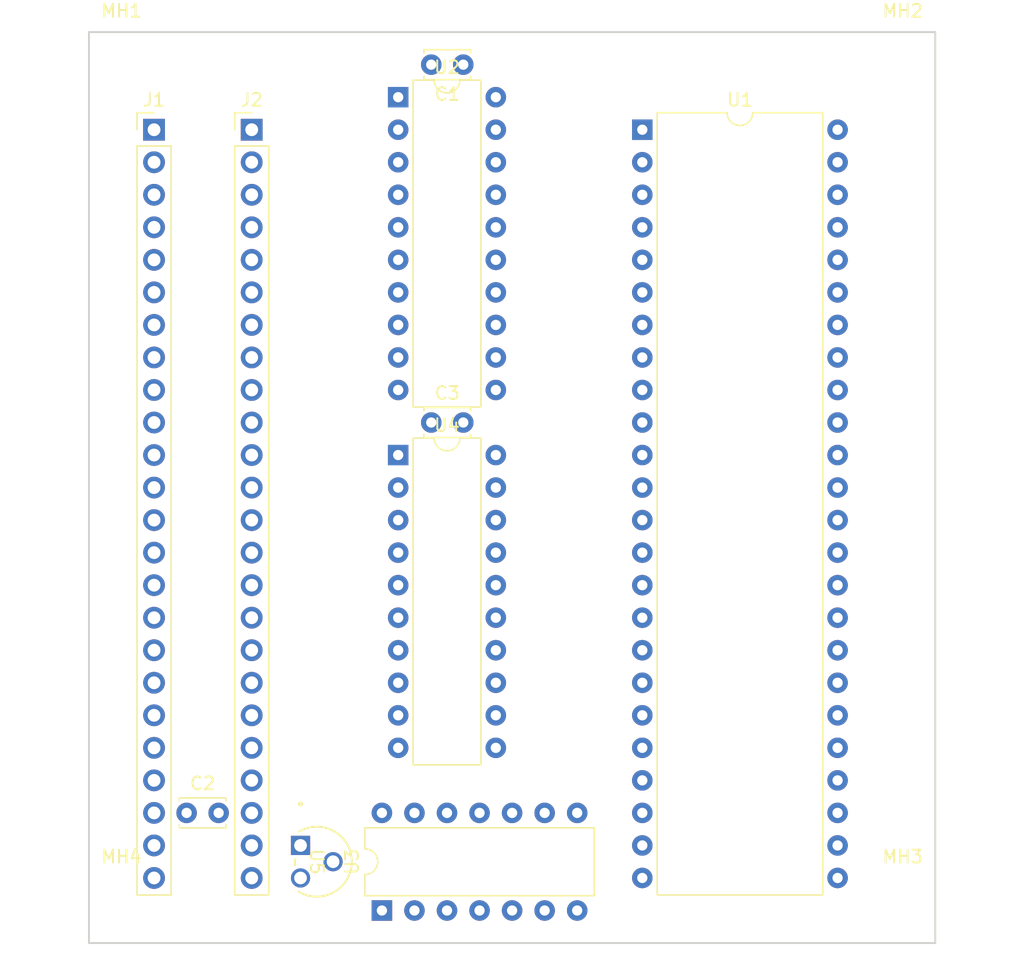
<source format=kicad_pcb>
(kicad_pcb (version 20221018) (generator pcbnew)
  (title_block (title "BionicZ8001") (company "Tadashi G. Takaoka"))
  (layers (0 "F.Cu" signal) (31 "B.Cu" signal) (34 "B.Paste" user) (35 "F.Paste" user) (36 "B.SilkS" user "B.Silkscreen") (37 "F.SilkS" user "F.Silkscreen") (38 "B.Mask" user) (39 "F.Mask" user) (44 "Edge.Cuts" user))
  (net 0 "")
  (net 1 "VCC")
  (net 2 "GND")
  (net 3 "/P46")
  (net 4 "/P34")
  (net 5 "/P35")
  (net 6 "/P36")
  (net 8 "/P33")
  (net 9 "/P32")
  (net 10 "/P31")
  (net 11 "/P30")
  (net 12 "/P55")
  (net 13 "/P37")
  (net 14 "/P54")
  (net 15 "/P50")
  (net 16 "/P53")
  (net 17 "/P51")
  (net 18 "/P52")
  (net 20 "/P47")
  (net 21 "Net-(U1-~{NMI})")
  (net 22 "Net-(U1-~{RESET})")
  (net 23 "/P20")
  (net 24 "/P21")
  (net 25 "/P22")
  (net 26 "/P23")
  (net 27 "/P24")
  (net 28 "/P25")
  (net 30 "/P26")
  (net 31 "/P17")
  (net 32 "/P27")
  (net 33 "/P16")
  (net 34 "Net-(U1-ST3)")
  (net 35 "/P15")
  (net 36 "/P40")
  (net 37 "/P14")
  (net 38 "/P41")
  (net 39 "/P13")
  (net 40 "/P42")
  (net 41 "/P12")
  (net 42 "/P43")
  (net 43 "/P11")
  (net 44 "/P44")
  (net 45 "/P10")
  (net 46 "/P45")
  (net 47 "Net-(U1-ST2)")
  (net 48 "Net-(U1-ST1)")
  (net 49 "Net-(U1-ST0)")
  (net 50 "Net-(U1-SN3)")
  (net 51 "Net-(U1-SN1)")
  (net 52 "Net-(U1-SN0)")
  (net 53 "Net-(U1-~{BUSACK})")
  (net 54 "Net-(U1-N{slash}~{S})")
  (net 55 "Net-(U1-B{slash}~{W})")
  (net 57 "Net-(U1-CLOCK)")
  (net 58 "Net-(U1-SN2)")
  (net 59 "Net-(U1-SN4)")
  (net 60 "Net-(U1-SN5)")
  (net 61 "Net-(U1-SN6)")
  (net 64 "Net-(J2-P57)")
  (footprint "MountingHole:MountingHole_3.2mm_M3" (layer "F.Cu") (at 101 70)
    (fp_text reference "MH1" (at 0 -4.2) (layer "F.SilkS"))
    (fp_text value "MountingHole_3.2mm_M3")
    (pad "" np_thru_hole circle (at 0 0) (size 3.2 3.2) (drill 3.2) (layers "*.Cu" "*.Mask"))
  )
  (footprint "MountingHole:MountingHole_3.2mm_M3" (layer "F.Cu") (at 161.96 70)
    (fp_text reference "MH2" (at 0 -4.2) (layer "F.SilkS"))
    (fp_text value "MountingHole_3.2mm_M3")
    (pad "" np_thru_hole circle (at 0 0) (size 3.2 3.2) (drill 3.2) (layers "*.Cu" "*.Mask"))
  )
  (footprint "MountingHole:MountingHole_3.2mm_M3" (layer "F.Cu") (at 161.96 136.04)
    (fp_text reference "MH3" (at 0 -4.2) (layer "F.SilkS"))
    (fp_text value "MountingHole_3.2mm_M3")
    (pad "" np_thru_hole circle (at 0 0) (size 3.2 3.2) (drill 3.2) (layers "*.Cu" "*.Mask"))
  )
  (footprint "MountingHole:MountingHole_3.2mm_M3" (layer "F.Cu") (at 101 136.04)
    (fp_text reference "MH4" (at 0 -4.2) (layer "F.SilkS"))
    (fp_text value "MountingHole_3.2mm_M3")
    (pad "" np_thru_hole circle (at 0 0) (size 3.2 3.2) (drill 3.2) (layers "*.Cu" "*.Mask"))
  )
  (footprint "Package_DIP:DIP-14_W7.62mm" (layer "F.Cu") (at 121.32 136.04 90)
    (fp_text reference "U3" (at 3.81 -2.33 90) (layer "F.SilkS"))
    (fp_text value "74HCT126")
    (fp_line (start 1.16 -1.33) (end 1.16 16.57) (stroke (width 0.12)) (layer "F.SilkS"))
    (fp_line (start 1.16 16.57) (end 6.46 16.57) (stroke (width 0.12)) (layer "F.SilkS"))
    (fp_line (start 2.81 -1.33) (end 1.16 -1.33) (stroke (width 0.12)) (layer "F.SilkS"))
    (fp_line (start 6.46 -1.33) (end 4.81 -1.33) (stroke (width 0.12)) (layer "F.SilkS"))
    (fp_line (start 6.46 16.57) (end 6.46 -1.33) (stroke (width 0.12)) (layer "F.SilkS"))
    (fp_arc (start 4.81 -1.33) (mid 3.81 -0.33) (end 2.81 -1.33) (stroke (width 0.12)) (layer "F.SilkS"))
    (pad "1" thru_hole rect (at 0 0 90) (size 1.6 1.6) (drill 0.8) (layers "*.Cu" "*.Mask") (net 1 "VCC"))
    (pad "2" thru_hole oval (at 0 2.54 90) (size 1.6 1.6) (drill 0.8) (layers "*.Cu" "*.Mask") (net 3 "/P46"))
    (pad "3" thru_hole oval (at 0 5.08 90) (size 1.6 1.6) (drill 0.8) (layers "*.Cu" "*.Mask") (net 57 "Net-(U1-CLOCK)"))
    (pad "4" thru_hole oval (at 0 7.62 90) (size 1.6 1.6) (drill 0.8) (layers "*.Cu" "*.Mask") (net 1 "VCC"))
    (pad "5" thru_hole oval (at 0 10.16 90) (size 1.6 1.6) (drill 0.8) (layers "*.Cu" "*.Mask") (net 42 "/P43"))
    (pad "6" thru_hole oval (at 0 12.7 90) (size 1.6 1.6) (drill 0.8) (layers "*.Cu" "*.Mask") (net 21 "Net-(U1-~{NMI})"))
    (pad "7" thru_hole oval (at 0 15.24 90) (size 1.6 1.6) (drill 0.8) (layers "*.Cu" "*.Mask") (net 2 "GND"))
    (pad "8" thru_hole oval (at 7.62 15.24 90) (size 1.6 1.6) (drill 0.8) (layers "*.Cu" "*.Mask") (net 22 "Net-(U1-~{RESET})"))
    (pad "9" thru_hole oval (at 7.62 12.7 90) (size 1.6 1.6) (drill 0.8) (layers "*.Cu" "*.Mask") (net 16 "/P53"))
    (pad "10" thru_hole oval (at 7.62 10.16 90) (size 1.6 1.6) (drill 0.8) (layers "*.Cu" "*.Mask") (net 1 "VCC"))
    (pad "11" thru_hole oval (at 7.62 7.62 90) (size 1.6 1.6) (drill 0.8) (layers "*.Cu" "*.Mask"))
    (pad "12" thru_hole oval (at 7.62 5.08 90) (size 1.6 1.6) (drill 0.8) (layers "*.Cu" "*.Mask") (net 2 "GND"))
    (pad "13" thru_hole oval (at 7.62 2.54 90) (size 1.6 1.6) (drill 0.8) (layers "*.Cu" "*.Mask") (net 2 "GND"))
    (pad "14" thru_hole oval (at 7.62 0 90) (size 1.6 1.6) (drill 0.8) (layers "*.Cu" "*.Mask") (net 1 "VCC"))
  )
  (footprint "Package_DIP:DIP-20_W7.62mm" (layer "F.Cu") (at 122.59 72.54)
    (fp_text reference "U2" (at 3.81 -2.33) (layer "F.SilkS"))
    (fp_text value "74HCT541")
    (fp_line (start 1.16 -1.33) (end 1.16 24.19) (stroke (width 0.12)) (layer "F.SilkS"))
    (fp_line (start 1.16 24.19) (end 6.46 24.19) (stroke (width 0.12)) (layer "F.SilkS"))
    (fp_line (start 2.81 -1.33) (end 1.16 -1.33) (stroke (width 0.12)) (layer "F.SilkS"))
    (fp_line (start 6.46 -1.33) (end 4.81 -1.33) (stroke (width 0.12)) (layer "F.SilkS"))
    (fp_line (start 6.46 24.19) (end 6.46 -1.33) (stroke (width 0.12)) (layer "F.SilkS"))
    (fp_arc (start 4.81 -1.33) (mid 3.81 -0.33) (end 2.81 -1.33) (stroke (width 0.12)) (layer "F.SilkS"))
    (pad "1" thru_hole rect (at 0 0) (size 1.6 1.6) (drill 0.8) (layers "*.Cu" "*.Mask") (net 14 "/P54"))
    (pad "2" thru_hole oval (at 0 2.54) (size 1.6 1.6) (drill 0.8) (layers "*.Cu" "*.Mask") (net 49 "Net-(U1-ST0)"))
    (pad "3" thru_hole oval (at 0 5.08) (size 1.6 1.6) (drill 0.8) (layers "*.Cu" "*.Mask") (net 48 "Net-(U1-ST1)"))
    (pad "4" thru_hole oval (at 0 7.62) (size 1.6 1.6) (drill 0.8) (layers "*.Cu" "*.Mask") (net 47 "Net-(U1-ST2)"))
    (pad "5" thru_hole oval (at 0 10.16) (size 1.6 1.6) (drill 0.8) (layers "*.Cu" "*.Mask") (net 34 "Net-(U1-ST3)"))
    (pad "6" thru_hole oval (at 0 12.7) (size 1.6 1.6) (drill 0.8) (layers "*.Cu" "*.Mask") (net 54 "Net-(U1-N{slash}~{S})"))
    (pad "7" thru_hole oval (at 0 15.24) (size 1.6 1.6) (drill 0.8) (layers "*.Cu" "*.Mask") (net 55 "Net-(U1-B{slash}~{W})"))
    (pad "8" thru_hole oval (at 0 17.78) (size 1.6 1.6) (drill 0.8) (layers "*.Cu" "*.Mask") (net 53 "Net-(U1-~{BUSACK})"))
    (pad "9" thru_hole oval (at 0 20.32) (size 1.6 1.6) (drill 0.8) (layers "*.Cu" "*.Mask") (net 2 "GND"))
    (pad "10" thru_hole oval (at 0 22.86) (size 1.6 1.6) (drill 0.8) (layers "*.Cu" "*.Mask") (net 2 "GND"))
    (pad "11" thru_hole oval (at 7.62 22.86) (size 1.6 1.6) (drill 0.8) (layers "*.Cu" "*.Mask"))
    (pad "12" thru_hole oval (at 7.62 20.32) (size 1.6 1.6) (drill 0.8) (layers "*.Cu" "*.Mask") (net 6 "/P36"))
    (pad "13" thru_hole oval (at 7.62 17.78) (size 1.6 1.6) (drill 0.8) (layers "*.Cu" "*.Mask") (net 5 "/P35"))
    (pad "14" thru_hole oval (at 7.62 15.24) (size 1.6 1.6) (drill 0.8) (layers "*.Cu" "*.Mask") (net 4 "/P34"))
    (pad "15" thru_hole oval (at 7.62 12.7) (size 1.6 1.6) (drill 0.8) (layers "*.Cu" "*.Mask") (net 8 "/P33"))
    (pad "16" thru_hole oval (at 7.62 10.16) (size 1.6 1.6) (drill 0.8) (layers "*.Cu" "*.Mask") (net 9 "/P32"))
    (pad "17" thru_hole oval (at 7.62 7.62) (size 1.6 1.6) (drill 0.8) (layers "*.Cu" "*.Mask") (net 10 "/P31"))
    (pad "18" thru_hole oval (at 7.62 5.08) (size 1.6 1.6) (drill 0.8) (layers "*.Cu" "*.Mask") (net 11 "/P30"))
    (pad "19" thru_hole oval (at 7.62 2.54) (size 1.6 1.6) (drill 0.8) (layers "*.Cu" "*.Mask") (net 14 "/P54"))
    (pad "20" thru_hole oval (at 7.62 0) (size 1.6 1.6) (drill 0.8) (layers "*.Cu" "*.Mask") (net 1 "VCC"))
  )
  (footprint "Package_DIP:DIP-20_W7.62mm" (layer "F.Cu") (at 122.59 100.48)
    (fp_text reference "U4" (at 3.81 -2.33) (layer "F.SilkS"))
    (fp_text value "74HCT541")
    (fp_line (start 1.16 -1.33) (end 1.16 24.19) (stroke (width 0.12)) (layer "F.SilkS"))
    (fp_line (start 1.16 24.19) (end 6.46 24.19) (stroke (width 0.12)) (layer "F.SilkS"))
    (fp_line (start 2.81 -1.33) (end 1.16 -1.33) (stroke (width 0.12)) (layer "F.SilkS"))
    (fp_line (start 6.46 -1.33) (end 4.81 -1.33) (stroke (width 0.12)) (layer "F.SilkS"))
    (fp_line (start 6.46 24.19) (end 6.46 -1.33) (stroke (width 0.12)) (layer "F.SilkS"))
    (fp_arc (start 4.81 -1.33) (mid 3.81 -0.33) (end 2.81 -1.33) (stroke (width 0.12)) (layer "F.SilkS"))
    (pad "1" thru_hole rect (at 0 0) (size 1.6 1.6) (drill 0.8) (layers "*.Cu" "*.Mask") (net 12 "/P55"))
    (pad "2" thru_hole oval (at 0 2.54) (size 1.6 1.6) (drill 0.8) (layers "*.Cu" "*.Mask") (net 52 "Net-(U1-SN0)"))
    (pad "3" thru_hole oval (at 0 5.08) (size 1.6 1.6) (drill 0.8) (layers "*.Cu" "*.Mask") (net 51 "Net-(U1-SN1)"))
    (pad "4" thru_hole oval (at 0 7.62) (size 1.6 1.6) (drill 0.8) (layers "*.Cu" "*.Mask") (net 58 "Net-(U1-SN2)"))
    (pad "5" thru_hole oval (at 0 10.16) (size 1.6 1.6) (drill 0.8) (layers "*.Cu" "*.Mask") (net 50 "Net-(U1-SN3)"))
    (pad "6" thru_hole oval (at 0 12.7) (size 1.6 1.6) (drill 0.8) (layers "*.Cu" "*.Mask") (net 59 "Net-(U1-SN4)"))
    (pad "7" thru_hole oval (at 0 15.24) (size 1.6 1.6) (drill 0.8) (layers "*.Cu" "*.Mask") (net 60 "Net-(U1-SN5)"))
    (pad "8" thru_hole oval (at 0 17.78) (size 1.6 1.6) (drill 0.8) (layers "*.Cu" "*.Mask") (net 61 "Net-(U1-SN6)"))
    (pad "9" thru_hole oval (at 0 20.32) (size 1.6 1.6) (drill 0.8) (layers "*.Cu" "*.Mask") (net 2 "GND"))
    (pad "10" thru_hole oval (at 0 22.86) (size 1.6 1.6) (drill 0.8) (layers "*.Cu" "*.Mask") (net 2 "GND"))
    (pad "11" thru_hole oval (at 7.62 22.86) (size 1.6 1.6) (drill 0.8) (layers "*.Cu" "*.Mask"))
    (pad "12" thru_hole oval (at 7.62 20.32) (size 1.6 1.6) (drill 0.8) (layers "*.Cu" "*.Mask") (net 6 "/P36"))
    (pad "13" thru_hole oval (at 7.62 17.78) (size 1.6 1.6) (drill 0.8) (layers "*.Cu" "*.Mask") (net 5 "/P35"))
    (pad "14" thru_hole oval (at 7.62 15.24) (size 1.6 1.6) (drill 0.8) (layers "*.Cu" "*.Mask") (net 4 "/P34"))
    (pad "15" thru_hole oval (at 7.62 12.7) (size 1.6 1.6) (drill 0.8) (layers "*.Cu" "*.Mask") (net 8 "/P33"))
    (pad "16" thru_hole oval (at 7.62 10.16) (size 1.6 1.6) (drill 0.8) (layers "*.Cu" "*.Mask") (net 9 "/P32"))
    (pad "17" thru_hole oval (at 7.62 7.62) (size 1.6 1.6) (drill 0.8) (layers "*.Cu" "*.Mask") (net 10 "/P31"))
    (pad "18" thru_hole oval (at 7.62 5.08) (size 1.6 1.6) (drill 0.8) (layers "*.Cu" "*.Mask") (net 11 "/P30"))
    (pad "19" thru_hole oval (at 7.62 2.54) (size 1.6 1.6) (drill 0.8) (layers "*.Cu" "*.Mask") (net 12 "/P55"))
    (pad "20" thru_hole oval (at 7.62 0) (size 1.6 1.6) (drill 0.8) (layers "*.Cu" "*.Mask") (net 1 "VCC"))
  )
  (footprint "Package_DIP:DIP-48_W15.24mm" (layer "F.Cu") (at 141.64 75.08)
    (fp_text reference "U1" (at 7.62 -2.33) (layer "F.SilkS"))
    (fp_text value "Z8001")
    (fp_line (start 1.16 -1.33) (end 1.16 59.75) (stroke (width 0.12)) (layer "F.SilkS"))
    (fp_line (start 1.16 59.75) (end 14.08 59.75) (stroke (width 0.12)) (layer "F.SilkS"))
    (fp_line (start 6.62 -1.33) (end 1.16 -1.33) (stroke (width 0.12)) (layer "F.SilkS"))
    (fp_line (start 14.08 -1.33) (end 8.62 -1.33) (stroke (width 0.12)) (layer "F.SilkS"))
    (fp_line (start 14.08 59.75) (end 14.08 -1.33) (stroke (width 0.12)) (layer "F.SilkS"))
    (fp_arc (start 8.62 -1.33) (mid 7.62 -0.33) (end 6.62 -1.33) (stroke (width 0.12)) (layer "F.SilkS"))
    (pad "1" thru_hole rect (at 0 0) (size 1.6 1.6) (drill 0.8) (layers "*.Cu" "*.Mask") (net 45 "/P10"))
    (pad "2" thru_hole oval (at 0 2.54) (size 1.6 1.6) (drill 0.8) (layers "*.Cu" "*.Mask") (net 24 "/P21"))
    (pad "3" thru_hole oval (at 0 5.08) (size 1.6 1.6) (drill 0.8) (layers "*.Cu" "*.Mask") (net 25 "/P22"))
    (pad "4" thru_hole oval (at 0 7.62) (size 1.6 1.6) (drill 0.8) (layers "*.Cu" "*.Mask") (net 26 "/P23"))
    (pad "5" thru_hole oval (at 0 10.16) (size 1.6 1.6) (drill 0.8) (layers "*.Cu" "*.Mask") (net 27 "/P24"))
    (pad "6" thru_hole oval (at 0 12.7) (size 1.6 1.6) (drill 0.8) (layers "*.Cu" "*.Mask") (net 28 "/P25"))
    (pad "7" thru_hole oval (at 0 15.24) (size 1.6 1.6) (drill 0.8) (layers "*.Cu" "*.Mask") (net 17 "/P51"))
    (pad "8" thru_hole oval (at 0 17.78) (size 1.6 1.6) (drill 0.8) (layers "*.Cu" "*.Mask"))
    (pad "9" thru_hole oval (at 0 20.32) (size 1.6 1.6) (drill 0.8) (layers "*.Cu" "*.Mask") (net 32 "/P27"))
    (pad "10" thru_hole oval (at 0 22.86) (size 1.6 1.6) (drill 0.8) (layers "*.Cu" "*.Mask") (net 30 "/P26"))
    (pad "11" thru_hole oval (at 0 25.4) (size 1.6 1.6) (drill 0.8) (layers "*.Cu" "*.Mask") (net 1 "VCC"))
    (pad "12" thru_hole oval (at 0 27.94) (size 1.6 1.6) (drill 0.8) (layers "*.Cu" "*.Mask") (net 44 "/P44"))
    (pad "13" thru_hole oval (at 0 30.48) (size 1.6 1.6) (drill 0.8) (layers "*.Cu" "*.Mask") (net 40 "/P42"))
    (pad "14" thru_hole oval (at 0 33.02) (size 1.6 1.6) (drill 0.8) (layers "*.Cu" "*.Mask") (net 15 "/P50"))
    (pad "15" thru_hole oval (at 0 35.56) (size 1.6 1.6) (drill 0.8) (layers "*.Cu" "*.Mask") (net 21 "Net-(U1-~{NMI})"))
    (pad "16" thru_hole oval (at 0 38.1) (size 1.6 1.6) (drill 0.8) (layers "*.Cu" "*.Mask") (net 22 "Net-(U1-~{RESET})"))
    (pad "17" thru_hole oval (at 0 40.64) (size 1.6 1.6) (drill 0.8) (layers "*.Cu" "*.Mask"))
    (pad "18" thru_hole oval (at 0 43.18) (size 1.6 1.6) (drill 0.8) (layers "*.Cu" "*.Mask") (net 20 "/P47"))
    (pad "19" thru_hole oval (at 0 45.72) (size 1.6 1.6) (drill 0.8) (layers "*.Cu" "*.Mask") (net 46 "/P45"))
    (pad "20" thru_hole oval (at 0 48.26) (size 1.6 1.6) (drill 0.8) (layers "*.Cu" "*.Mask") (net 34 "Net-(U1-ST3)"))
    (pad "21" thru_hole oval (at 0 50.8) (size 1.6 1.6) (drill 0.8) (layers "*.Cu" "*.Mask") (net 47 "Net-(U1-ST2)"))
    (pad "22" thru_hole oval (at 0 53.34) (size 1.6 1.6) (drill 0.8) (layers "*.Cu" "*.Mask") (net 48 "Net-(U1-ST1)"))
    (pad "23" thru_hole oval (at 0 55.88) (size 1.6 1.6) (drill 0.8) (layers "*.Cu" "*.Mask") (net 49 "Net-(U1-ST0)"))
    (pad "24" thru_hole oval (at 0 58.42) (size 1.6 1.6) (drill 0.8) (layers "*.Cu" "*.Mask") (net 50 "Net-(U1-SN3)"))
    (pad "25" thru_hole oval (at 15.24 58.42) (size 1.6 1.6) (drill 0.8) (layers "*.Cu" "*.Mask") (net 51 "Net-(U1-SN1)"))
    (pad "26" thru_hole oval (at 15.24 55.88) (size 1.6 1.6) (drill 0.8) (layers "*.Cu" "*.Mask") (net 52 "Net-(U1-SN0)"))
    (pad "27" thru_hole oval (at 15.24 53.34) (size 1.6 1.6) (drill 0.8) (layers "*.Cu" "*.Mask") (net 13 "/P37"))
    (pad "28" thru_hole oval (at 15.24 50.8) (size 1.6 1.6) (drill 0.8) (layers "*.Cu" "*.Mask") (net 18 "/P52"))
    (pad "29" thru_hole oval (at 15.24 48.26) (size 1.6 1.6) (drill 0.8) (layers "*.Cu" "*.Mask") (net 53 "Net-(U1-~{BUSACK})"))
    (pad "30" thru_hole oval (at 15.24 45.72) (size 1.6 1.6) (drill 0.8) (layers "*.Cu" "*.Mask") (net 38 "/P41"))
    (pad "31" thru_hole oval (at 15.24 43.18) (size 1.6 1.6) (drill 0.8) (layers "*.Cu" "*.Mask") (net 54 "Net-(U1-N{slash}~{S})"))
    (pad "32" thru_hole oval (at 15.24 40.64) (size 1.6 1.6) (drill 0.8) (layers "*.Cu" "*.Mask") (net 55 "Net-(U1-B{slash}~{W})"))
    (pad "33" thru_hole oval (at 15.24 38.1) (size 1.6 1.6) (drill 0.8) (layers "*.Cu" "*.Mask"))
    (pad "34" thru_hole oval (at 15.24 35.56) (size 1.6 1.6) (drill 0.8) (layers "*.Cu" "*.Mask") (net 36 "/P40"))
    (pad "35" thru_hole oval (at 15.24 33.02) (size 1.6 1.6) (drill 0.8) (layers "*.Cu" "*.Mask") (net 57 "Net-(U1-CLOCK)"))
    (pad "36" thru_hole oval (at 15.24 30.48) (size 1.6 1.6) (drill 0.8) (layers "*.Cu" "*.Mask") (net 2 "GND"))
    (pad "37" thru_hole oval (at 15.24 27.94) (size 1.6 1.6) (drill 0.8) (layers "*.Cu" "*.Mask") (net 58 "Net-(U1-SN2)"))
    (pad "38" thru_hole oval (at 15.24 25.4) (size 1.6 1.6) (drill 0.8) (layers "*.Cu" "*.Mask") (net 43 "/P11"))
    (pad "39" thru_hole oval (at 15.24 22.86) (size 1.6 1.6) (drill 0.8) (layers "*.Cu" "*.Mask") (net 41 "/P12"))
    (pad "40" thru_hole oval (at 15.24 20.32) (size 1.6 1.6) (drill 0.8) (layers "*.Cu" "*.Mask") (net 39 "/P13"))
    (pad "41" thru_hole oval (at 15.24 17.78) (size 1.6 1.6) (drill 0.8) (layers "*.Cu" "*.Mask") (net 35 "/P15"))
    (pad "42" thru_hole oval (at 15.24 15.24) (size 1.6 1.6) (drill 0.8) (layers "*.Cu" "*.Mask") (net 59 "Net-(U1-SN4)"))
    (pad "43" thru_hole oval (at 15.24 12.7) (size 1.6 1.6) (drill 0.8) (layers "*.Cu" "*.Mask") (net 37 "/P14"))
    (pad "44" thru_hole oval (at 15.24 10.16) (size 1.6 1.6) (drill 0.8) (layers "*.Cu" "*.Mask") (net 33 "/P16"))
    (pad "45" thru_hole oval (at 15.24 7.62) (size 1.6 1.6) (drill 0.8) (layers "*.Cu" "*.Mask") (net 31 "/P17"))
    (pad "46" thru_hole oval (at 15.24 5.08) (size 1.6 1.6) (drill 0.8) (layers "*.Cu" "*.Mask") (net 60 "Net-(U1-SN5)"))
    (pad "47" thru_hole oval (at 15.24 2.54) (size 1.6 1.6) (drill 0.8) (layers "*.Cu" "*.Mask") (net 61 "Net-(U1-SN6)"))
    (pad "48" thru_hole oval (at 15.24 0) (size 1.6 1.6) (drill 0.8) (layers "*.Cu" "*.Mask") (net 23 "/P20"))
  )
  (footprint "Capacitor_THT:C_Disc_D3.4mm_W2.1mm_P2.50mm" (layer "F.Cu") (at 106.08 128.42)
    (fp_text reference "C2" (at 1.25 -2.3) (layer "F.SilkS"))
    (fp_text value "0.1u")
    (fp_line (start -0.57 -1.17) (end -0.57 -0.925) (stroke (width 0.12)) (layer "F.SilkS"))
    (fp_line (start -0.57 -1.17) (end 3.07 -1.17) (stroke (width 0.12)) (layer "F.SilkS"))
    (fp_line (start -0.57 0.925) (end -0.57 1.17) (stroke (width 0.12)) (layer "F.SilkS"))
    (fp_line (start -0.57 1.17) (end 3.07 1.17) (stroke (width 0.12)) (layer "F.SilkS"))
    (fp_line (start 3.07 -1.17) (end 3.07 -0.925) (stroke (width 0.12)) (layer "F.SilkS"))
    (fp_line (start 3.07 0.925) (end 3.07 1.17) (stroke (width 0.12)) (layer "F.SilkS"))
    (pad "1" thru_hole circle (at 0 0) (size 1.6 1.6) (drill 0.8) (layers "*.Cu" "*.Mask") (net 1 "VCC"))
    (pad "2" thru_hole circle (at 2.5 0) (size 1.6 1.6) (drill 0.8) (layers "*.Cu" "*.Mask") (net 2 "GND"))
  )
  (footprint "microchip:TO-92_MC_MCH" (layer "F.Cu") (at 114.97 130.96 -90)
    (fp_text reference "U5" (at 1.27 -1.27 -90 unlocked) (layer "F.SilkS"))
    (fp_text value "11AA010-I/TO")
    (fp_line (start 1.08204 0.4445) (end 1.553476 0.4445) (stroke (width 0.1524)) (layer "F.SilkS"))
    (fp_arc (start -1.08204 0.116917) (mid 0.551186 -3.904186) (end 4.0005 -1.27) (stroke (width 0.1524)) (layer "F.SilkS"))
    (fp_arc (start 4.0005 -1.269999) (mid 3.90215 -0.543764) (end 3.614184 0.130155) (stroke (width 0.1524)) (layer "F.SilkS"))
    (fp_circle (center -3.2385 0) (end -3.1115 0) (stroke (width 0.1524)) (fill none) (layer "F.SilkS"))
    (pad "1" thru_hole rect (at 0 0 270) (size 1.4986 1.4986) (drill 0.9906) (layers "*.Cu" "*.Mask") (net 2 "GND"))
    (pad "2" thru_hole circle (at 1.27 -2.54 270) (size 1.4986 1.4986) (drill 0.9906) (layers "*.Cu" "*.Mask") (net 64 "Net-(J2-P57)"))
    (pad "3" thru_hole circle (at 2.54 0 270) (size 1.4986 1.4986) (drill 0.9906) (layers "*.Cu" "*.Mask") (net 1 "VCC"))
  )
  (footprint "connector:Bionic-P245_Vertical" (layer "F.Cu") (at 111.16 75.08)
    (fp_text reference "J2" (at 0 -2.33) (layer "F.SilkS"))
    (fp_text value "Bionic-P245")
    (fp_line (start -1.33 -1.33) (end 0 -1.33) (stroke (width 0.12)) (layer "F.SilkS"))
    (fp_line (start -1.33 0) (end -1.33 -1.33) (stroke (width 0.12)) (layer "F.SilkS"))
    (fp_line (start -1.33 1.27) (end -1.33 59.75) (stroke (width 0.12)) (layer "F.SilkS"))
    (fp_line (start -1.33 1.27) (end 1.33 1.27) (stroke (width 0.12)) (layer "F.SilkS"))
    (fp_line (start -1.33 59.75) (end 1.33 59.75) (stroke (width 0.12)) (layer "F.SilkS"))
    (fp_line (start 1.33 1.27) (end 1.33 59.75) (stroke (width 0.12)) (layer "F.SilkS"))
    (pad "25" thru_hole oval (at 0 58.42) (size 1.7 1.7) (drill 1) (layers "*.Cu" "*.Mask") (net 1 "VCC"))
    (pad "26" thru_hole oval (at 0 55.88) (size 1.7 1.7) (drill 1) (layers "*.Cu" "*.Mask") (net 64 "Net-(J2-P57)"))
    (pad "27" thru_hole oval (at 0 53.34) (size 1.7 1.7) (drill 1) (layers "*.Cu" "*.Mask"))
    (pad "28" thru_hole oval (at 0 50.8) (size 1.7 1.7) (drill 1) (layers "*.Cu" "*.Mask") (net 12 "/P55"))
    (pad "29" thru_hole oval (at 0 48.26) (size 1.7 1.7) (drill 1) (layers "*.Cu" "*.Mask") (net 14 "/P54"))
    (pad "30" thru_hole oval (at 0 45.72) (size 1.7 1.7) (drill 1) (layers "*.Cu" "*.Mask"))
    (pad "31" thru_hole oval (at 0 43.18) (size 1.7 1.7) (drill 1) (layers "*.Cu" "*.Mask") (net 20 "/P47"))
    (pad "32" thru_hole oval (at 0 40.64) (size 1.7 1.7) (drill 1) (layers "*.Cu" "*.Mask") (net 3 "/P46"))
    (pad "33" thru_hole oval (at 0 38.1) (size 1.7 1.7) (drill 1) (layers "*.Cu" "*.Mask") (net 46 "/P45"))
    (pad "34" thru_hole oval (at 0 35.56) (size 1.7 1.7) (drill 1) (layers "*.Cu" "*.Mask") (net 44 "/P44"))
    (pad "35" thru_hole oval (at 0 33.02) (size 1.7 1.7) (drill 1) (layers "*.Cu" "*.Mask") (net 42 "/P43"))
    (pad "36" thru_hole oval (at 0 30.48) (size 1.7 1.7) (drill 1) (layers "*.Cu" "*.Mask") (net 40 "/P42"))
    (pad "37" thru_hole oval (at 0 27.94) (size 1.7 1.7) (drill 1) (layers "*.Cu" "*.Mask") (net 38 "/P41"))
    (pad "38" thru_hole oval (at 0 25.4) (size 1.7 1.7) (drill 1) (layers "*.Cu" "*.Mask") (net 36 "/P40"))
    (pad "39" thru_hole oval (at 0 22.86) (size 1.7 1.7) (drill 1) (layers "*.Cu" "*.Mask"))
    (pad "40" thru_hole oval (at 0 20.32) (size 1.7 1.7) (drill 1) (layers "*.Cu" "*.Mask") (net 32 "/P27"))
    (pad "41" thru_hole oval (at 0 17.78) (size 1.7 1.7) (drill 1) (layers "*.Cu" "*.Mask") (net 30 "/P26"))
    (pad "42" thru_hole oval (at 0 15.24) (size 1.7 1.7) (drill 1) (layers "*.Cu" "*.Mask") (net 28 "/P25"))
    (pad "43" thru_hole oval (at 0 12.7) (size 1.7 1.7) (drill 1) (layers "*.Cu" "*.Mask") (net 27 "/P24"))
    (pad "44" thru_hole oval (at 0 10.16) (size 1.7 1.7) (drill 1) (layers "*.Cu" "*.Mask") (net 26 "/P23"))
    (pad "45" thru_hole oval (at 0 7.62) (size 1.7 1.7) (drill 1) (layers "*.Cu" "*.Mask") (net 25 "/P22"))
    (pad "46" thru_hole oval (at 0 5.08) (size 1.7 1.7) (drill 1) (layers "*.Cu" "*.Mask") (net 24 "/P21"))
    (pad "47" thru_hole oval (at 0 2.54) (size 1.7 1.7) (drill 1) (layers "*.Cu" "*.Mask") (net 23 "/P20"))
    (pad "48" thru_hole rect (at 0 0) (size 1.7 1.7) (drill 1) (layers "*.Cu" "*.Mask") (net 2 "GND"))
  )
  (footprint "Capacitor_THT:C_Disc_D3.4mm_W2.1mm_P2.50mm" (layer "F.Cu") (at 127.67 70 180)
    (fp_text reference "C1" (at 1.25 -2.3) (layer "F.SilkS"))
    (fp_text value "0.1u")
    (fp_line (start -0.57 -1.17) (end -0.57 -0.925) (stroke (width 0.12)) (layer "F.SilkS"))
    (fp_line (start -0.57 -1.17) (end 3.07 -1.17) (stroke (width 0.12)) (layer "F.SilkS"))
    (fp_line (start -0.57 0.925) (end -0.57 1.17) (stroke (width 0.12)) (layer "F.SilkS"))
    (fp_line (start -0.57 1.17) (end 3.07 1.17) (stroke (width 0.12)) (layer "F.SilkS"))
    (fp_line (start 3.07 -1.17) (end 3.07 -0.925) (stroke (width 0.12)) (layer "F.SilkS"))
    (fp_line (start 3.07 0.925) (end 3.07 1.17) (stroke (width 0.12)) (layer "F.SilkS"))
    (pad "1" thru_hole circle (at 0 0 180) (size 1.6 1.6) (drill 0.8) (layers "*.Cu" "*.Mask") (net 1 "VCC"))
    (pad "2" thru_hole circle (at 2.5 0 180) (size 1.6 1.6) (drill 0.8) (layers "*.Cu" "*.Mask") (net 2 "GND"))
  )
  (footprint "connector:Bionic-P135_Vertical" (layer "F.Cu") (at 103.54 75.08)
    (fp_text reference "J1" (at 0 -2.33) (layer "F.SilkS"))
    (fp_text value "Bionic-P135")
    (fp_line (start -1.33 -1.33) (end 0 -1.33) (stroke (width 0.12)) (layer "F.SilkS"))
    (fp_line (start -1.33 0) (end -1.33 -1.33) (stroke (width 0.12)) (layer "F.SilkS"))
    (fp_line (start -1.33 1.27) (end -1.33 59.75) (stroke (width 0.12)) (layer "F.SilkS"))
    (fp_line (start -1.33 1.27) (end 1.33 1.27) (stroke (width 0.12)) (layer "F.SilkS"))
    (fp_line (start -1.33 59.75) (end 1.33 59.75) (stroke (width 0.12)) (layer "F.SilkS"))
    (fp_line (start 1.33 1.27) (end 1.33 59.75) (stroke (width 0.12)) (layer "F.SilkS"))
    (pad "1" thru_hole rect (at 0 0) (size 1.7 1.7) (drill 1) (layers "*.Cu" "*.Mask") (net 2 "GND"))
    (pad "2" thru_hole oval (at 0 2.54) (size 1.7 1.7) (drill 1) (layers "*.Cu" "*.Mask") (net 45 "/P10"))
    (pad "3" thru_hole oval (at 0 5.08) (size 1.7 1.7) (drill 1) (layers "*.Cu" "*.Mask") (net 43 "/P11"))
    (pad "4" thru_hole oval (at 0 7.62) (size 1.7 1.7) (drill 1) (layers "*.Cu" "*.Mask") (net 41 "/P12"))
    (pad "5" thru_hole oval (at 0 10.16) (size 1.7 1.7) (drill 1) (layers "*.Cu" "*.Mask") (net 39 "/P13"))
    (pad "6" thru_hole oval (at 0 12.7) (size 1.7 1.7) (drill 1) (layers "*.Cu" "*.Mask") (net 37 "/P14"))
    (pad "7" thru_hole oval (at 0 15.24) (size 1.7 1.7) (drill 1) (layers "*.Cu" "*.Mask") (net 35 "/P15"))
    (pad "8" thru_hole oval (at 0 17.78) (size 1.7 1.7) (drill 1) (layers "*.Cu" "*.Mask") (net 33 "/P16"))
    (pad "9" thru_hole oval (at 0 20.32) (size 1.7 1.7) (drill 1) (layers "*.Cu" "*.Mask") (net 31 "/P17"))
    (pad "10" thru_hole oval (at 0 22.86) (size 1.7 1.7) (drill 1) (layers "*.Cu" "*.Mask"))
    (pad "11" thru_hole oval (at 0 25.4) (size 1.7 1.7) (drill 1) (layers "*.Cu" "*.Mask") (net 11 "/P30"))
    (pad "12" thru_hole oval (at 0 27.94) (size 1.7 1.7) (drill 1) (layers "*.Cu" "*.Mask") (net 10 "/P31"))
    (pad "13" thru_hole oval (at 0 30.48) (size 1.7 1.7) (drill 1) (layers "*.Cu" "*.Mask") (net 9 "/P32"))
    (pad "14" thru_hole oval (at 0 33.02) (size 1.7 1.7) (drill 1) (layers "*.Cu" "*.Mask") (net 8 "/P33"))
    (pad "15" thru_hole oval (at 0 35.56) (size 1.7 1.7) (drill 1) (layers "*.Cu" "*.Mask") (net 4 "/P34"))
    (pad "16" thru_hole oval (at 0 38.1) (size 1.7 1.7) (drill 1) (layers "*.Cu" "*.Mask") (net 5 "/P35"))
    (pad "17" thru_hole oval (at 0 40.64) (size 1.7 1.7) (drill 1) (layers "*.Cu" "*.Mask") (net 6 "/P36"))
    (pad "18" thru_hole oval (at 0 43.18) (size 1.7 1.7) (drill 1) (layers "*.Cu" "*.Mask") (net 13 "/P37"))
    (pad "19" thru_hole oval (at 0 45.72) (size 1.7 1.7) (drill 1) (layers "*.Cu" "*.Mask"))
    (pad "20" thru_hole oval (at 0 48.26) (size 1.7 1.7) (drill 1) (layers "*.Cu" "*.Mask") (net 15 "/P50"))
    (pad "21" thru_hole oval (at 0 50.8) (size 1.7 1.7) (drill 1) (layers "*.Cu" "*.Mask") (net 17 "/P51"))
    (pad "22" thru_hole oval (at 0 53.34) (size 1.7 1.7) (drill 1) (layers "*.Cu" "*.Mask") (net 18 "/P52"))
    (pad "23" thru_hole oval (at 0 55.88) (size 1.7 1.7) (drill 1) (layers "*.Cu" "*.Mask") (net 16 "/P53"))
    (pad "24" thru_hole oval (at 0 58.42) (size 1.7 1.7) (drill 1) (layers "*.Cu" "*.Mask") (net 1 "VCC"))
  )
  (footprint "Capacitor_THT:C_Disc_D3.4mm_W2.1mm_P2.50mm" (layer "F.Cu") (at 125.17 97.94)
    (fp_text reference "C3" (at 1.25 -2.3) (layer "F.SilkS"))
    (fp_text value "0.1u")
    (fp_line (start -0.57 -1.17) (end -0.57 -0.925) (stroke (width 0.12)) (layer "F.SilkS"))
    (fp_line (start -0.57 -1.17) (end 3.07 -1.17) (stroke (width 0.12)) (layer "F.SilkS"))
    (fp_line (start -0.57 0.925) (end -0.57 1.17) (stroke (width 0.12)) (layer "F.SilkS"))
    (fp_line (start -0.57 1.17) (end 3.07 1.17) (stroke (width 0.12)) (layer "F.SilkS"))
    (fp_line (start 3.07 -1.17) (end 3.07 -0.925) (stroke (width 0.12)) (layer "F.SilkS"))
    (fp_line (start 3.07 0.925) (end 3.07 1.17) (stroke (width 0.12)) (layer "F.SilkS"))
    (pad "1" thru_hole circle (at 0 0) (size 1.6 1.6) (drill 0.8) (layers "*.Cu" "*.Mask") (net 1 "VCC"))
    (pad "2" thru_hole circle (at 2.5 0) (size 1.6 1.6) (drill 0.8) (layers "*.Cu" "*.Mask") (net 2 "GND"))
  )
  (gr_line (start 98.46 138.58) (end 98.46 67.46) (stroke (width 0.15)) (layer "Edge.Cuts"))
  (gr_line (start 164.5 67.46) (end 164.5 138.58) (stroke (width 0.15)) (layer "Edge.Cuts"))
  (gr_line (start 98.46 67.46) (end 164.5 67.46) (stroke (width 0.15)) (layer "Edge.Cuts"))
  (gr_line (start 164.5 138.58) (end 98.46 138.58) (stroke (width 0.15)) (layer "Edge.Cuts"))
)
</source>
